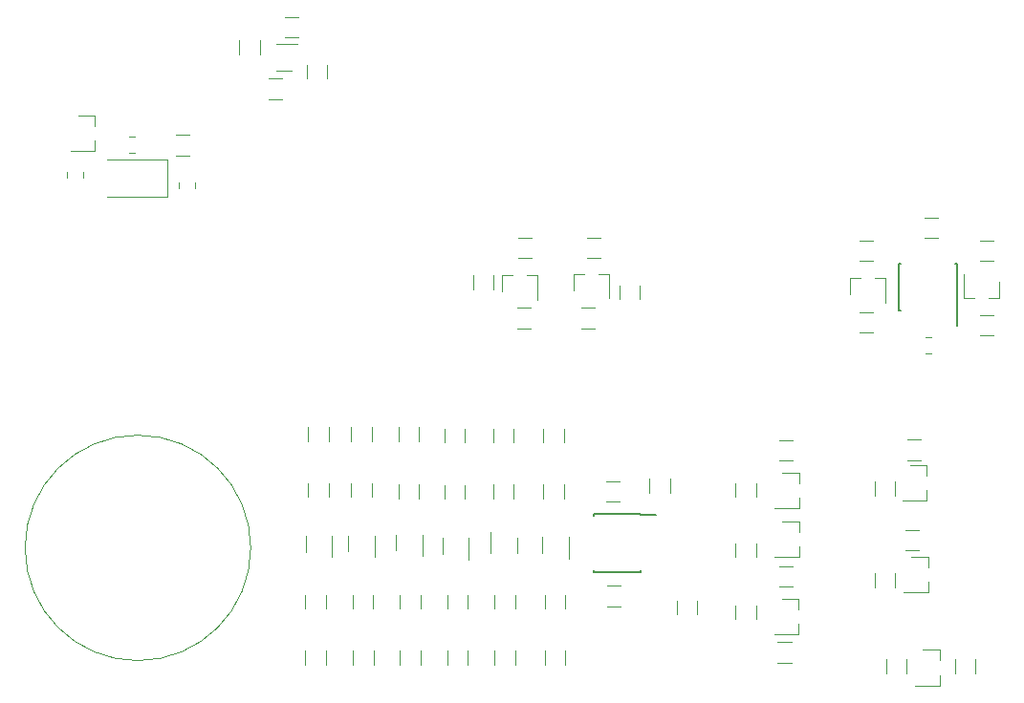
<source format=gbr>
G04 #@! TF.GenerationSoftware,KiCad,Pcbnew,(5.1.0)-1*
G04 #@! TF.CreationDate,2019-10-16T16:56:12+11:00*
G04 #@! TF.ProjectId,Teensy_Shield_Board,5465656e-7379-45f5-9368-69656c645f42,rev?*
G04 #@! TF.SameCoordinates,Original*
G04 #@! TF.FileFunction,Legend,Bot*
G04 #@! TF.FilePolarity,Positive*
%FSLAX46Y46*%
G04 Gerber Fmt 4.6, Leading zero omitted, Abs format (unit mm)*
G04 Created by KiCad (PCBNEW (5.1.0)-1) date 2019-10-16 16:56:12*
%MOMM*%
%LPD*%
G04 APERTURE LIST*
%ADD10C,0.120000*%
%ADD11C,0.150000*%
G04 APERTURE END LIST*
D10*
X109275000Y-94060000D02*
X107875000Y-94060000D01*
X107875000Y-91740000D02*
X109775000Y-91740000D01*
X114265000Y-136700000D02*
X114265000Y-135300000D01*
X116585000Y-135300000D02*
X116585000Y-137200000D01*
X122590000Y-136900000D02*
X122590000Y-135500000D01*
X124910000Y-135500000D02*
X124910000Y-137400000D01*
X129210000Y-135475000D02*
X129210000Y-136875000D01*
X126890000Y-136875000D02*
X126890000Y-134975000D01*
X118490000Y-136625000D02*
X118490000Y-135225000D01*
X120810000Y-135225000D02*
X120810000Y-137125000D01*
X110490000Y-136725000D02*
X110490000Y-135325000D01*
X112810000Y-135325000D02*
X112810000Y-137225000D01*
X131440000Y-136850000D02*
X131440000Y-135450000D01*
X133760000Y-135450000D02*
X133760000Y-137350000D01*
X91826000Y-98066000D02*
X90366000Y-98066000D01*
X91826000Y-101226000D02*
X89666000Y-101226000D01*
X91826000Y-101226000D02*
X91826000Y-100296000D01*
X91826000Y-98066000D02*
X91826000Y-98996000D01*
X105630497Y-136392000D02*
G75*
G03X105630497Y-136392000I-9992497J0D01*
G01*
D11*
X140131000Y-133443000D02*
X141531000Y-133443000D01*
X140131000Y-138543000D02*
X135981000Y-138543000D01*
X140131000Y-133393000D02*
X135981000Y-133393000D01*
X140131000Y-138543000D02*
X140131000Y-138398000D01*
X135981000Y-138543000D02*
X135981000Y-138398000D01*
X135981000Y-133393000D02*
X135981000Y-133538000D01*
X140131000Y-133393000D02*
X140131000Y-133443000D01*
X168140000Y-115310000D02*
X168140000Y-116710000D01*
X163040000Y-115310000D02*
X163040000Y-111160000D01*
X168190000Y-115310000D02*
X168190000Y-111160000D01*
X163040000Y-115310000D02*
X163185000Y-115310000D01*
X163040000Y-111160000D02*
X163185000Y-111160000D01*
X168190000Y-111160000D02*
X168045000Y-111160000D01*
X168190000Y-115310000D02*
X168140000Y-115310000D01*
D10*
X152418936Y-126827000D02*
X153623064Y-126827000D01*
X152418936Y-128647000D02*
X153623064Y-128647000D01*
X148552000Y-131895064D02*
X148552000Y-130690936D01*
X150372000Y-131895064D02*
X150372000Y-130690936D01*
X135424936Y-108896000D02*
X136629064Y-108896000D01*
X135424936Y-110716000D02*
X136629064Y-110716000D01*
X134913936Y-115119000D02*
X136118064Y-115119000D01*
X134913936Y-116939000D02*
X136118064Y-116939000D01*
X169827000Y-146287936D02*
X169827000Y-147492064D01*
X168007000Y-146287936D02*
X168007000Y-147492064D01*
X163731000Y-146284936D02*
X163731000Y-147489064D01*
X161911000Y-146284936D02*
X161911000Y-147489064D01*
X152415936Y-138003000D02*
X153620064Y-138003000D01*
X152415936Y-139823000D02*
X153620064Y-139823000D01*
X163615936Y-134804000D02*
X164820064Y-134804000D01*
X163615936Y-136624000D02*
X164820064Y-136624000D01*
X150372000Y-136021936D02*
X150372000Y-137226064D01*
X148552000Y-136021936D02*
X148552000Y-137226064D01*
X170219936Y-115754000D02*
X171424064Y-115754000D01*
X170219936Y-117574000D02*
X171424064Y-117574000D01*
X162715000Y-138667936D02*
X162715000Y-139872064D01*
X160895000Y-138667936D02*
X160895000Y-139872064D01*
X171424064Y-110970000D02*
X170219936Y-110970000D01*
X171424064Y-109150000D02*
X170219936Y-109150000D01*
X163739936Y-126803000D02*
X164944064Y-126803000D01*
X163739936Y-128623000D02*
X164944064Y-128623000D01*
X162715000Y-130539936D02*
X162715000Y-131744064D01*
X160895000Y-130539936D02*
X160895000Y-131744064D01*
X152288936Y-144734000D02*
X153493064Y-144734000D01*
X152288936Y-146554000D02*
X153493064Y-146554000D01*
X150372000Y-141485936D02*
X150372000Y-142690064D01*
X148552000Y-141485936D02*
X148552000Y-142690064D01*
X160756064Y-110970000D02*
X159551936Y-110970000D01*
X160756064Y-109150000D02*
X159551936Y-109150000D01*
X130530064Y-110716000D02*
X129325936Y-110716000D01*
X130530064Y-108896000D02*
X129325936Y-108896000D01*
X159551936Y-115500000D02*
X160756064Y-115500000D01*
X159551936Y-117320000D02*
X160756064Y-117320000D01*
X166471064Y-108938000D02*
X165266936Y-108938000D01*
X166471064Y-107118000D02*
X165266936Y-107118000D01*
X140109000Y-113143936D02*
X140109000Y-114348064D01*
X138289000Y-113143936D02*
X138289000Y-114348064D01*
X127155000Y-112251936D02*
X127155000Y-113456064D01*
X125335000Y-112251936D02*
X125335000Y-113456064D01*
X137199936Y-139757000D02*
X138404064Y-139757000D01*
X137199936Y-141577000D02*
X138404064Y-141577000D01*
X145185000Y-141097936D02*
X145185000Y-142302064D01*
X143365000Y-141097936D02*
X143365000Y-142302064D01*
X114670000Y-146730064D02*
X114670000Y-145525936D01*
X116490000Y-146730064D02*
X116490000Y-145525936D01*
X108432064Y-96619000D02*
X107227936Y-96619000D01*
X108432064Y-94799000D02*
X107227936Y-94799000D01*
X106454000Y-91423936D02*
X106454000Y-92628064D01*
X104634000Y-91423936D02*
X104634000Y-92628064D01*
X110730000Y-126915064D02*
X110730000Y-125710936D01*
X112550000Y-126915064D02*
X112550000Y-125710936D01*
X112423000Y-93585936D02*
X112423000Y-94790064D01*
X110603000Y-93585936D02*
X110603000Y-94790064D01*
X114540000Y-126915064D02*
X114540000Y-125710936D01*
X116360000Y-126915064D02*
X116360000Y-125710936D01*
X108624936Y-89338000D02*
X109829064Y-89338000D01*
X108624936Y-91158000D02*
X109829064Y-91158000D01*
X118731000Y-126915064D02*
X118731000Y-125710936D01*
X120551000Y-126915064D02*
X120551000Y-125710936D01*
X110730000Y-131868064D02*
X110730000Y-130663936D01*
X112550000Y-131868064D02*
X112550000Y-130663936D01*
X122795000Y-127045064D02*
X122795000Y-125840936D01*
X124615000Y-127045064D02*
X124615000Y-125840936D01*
X114525000Y-131868064D02*
X114525000Y-130663936D01*
X116345000Y-131868064D02*
X116345000Y-130663936D01*
X127113000Y-127042064D02*
X127113000Y-125837936D01*
X128933000Y-127042064D02*
X128933000Y-125837936D01*
X118731000Y-131998064D02*
X118731000Y-130793936D01*
X120551000Y-131998064D02*
X120551000Y-130793936D01*
X131558000Y-127045064D02*
X131558000Y-125840936D01*
X133378000Y-127045064D02*
X133378000Y-125840936D01*
X122795000Y-132016064D02*
X122795000Y-130811936D01*
X124615000Y-132016064D02*
X124615000Y-130811936D01*
X118858000Y-141777064D02*
X118858000Y-140572936D01*
X120678000Y-141777064D02*
X120678000Y-140572936D01*
X127113000Y-131998064D02*
X127113000Y-130793936D01*
X128933000Y-131998064D02*
X128933000Y-130793936D01*
X129198936Y-115119000D02*
X130403064Y-115119000D01*
X129198936Y-116939000D02*
X130403064Y-116939000D01*
X131558000Y-131998064D02*
X131558000Y-130793936D01*
X133378000Y-131998064D02*
X133378000Y-130793936D01*
X114667000Y-141777064D02*
X114667000Y-140572936D01*
X116487000Y-141777064D02*
X116487000Y-140572936D01*
X118858000Y-146730064D02*
X118858000Y-145525936D01*
X120678000Y-146730064D02*
X120678000Y-145525936D01*
X123049000Y-141777064D02*
X123049000Y-140572936D01*
X124869000Y-141777064D02*
X124869000Y-140572936D01*
X123049000Y-146730064D02*
X123049000Y-145525936D01*
X124869000Y-146730064D02*
X124869000Y-145525936D01*
X131685000Y-141774064D02*
X131685000Y-140569936D01*
X133505000Y-141774064D02*
X133505000Y-140569936D01*
X131685000Y-146730064D02*
X131685000Y-145525936D01*
X133505000Y-146730064D02*
X133505000Y-145525936D01*
X110476000Y-141777064D02*
X110476000Y-140572936D01*
X112296000Y-141777064D02*
X112296000Y-140572936D01*
X110476000Y-146730064D02*
X110476000Y-145525936D01*
X112296000Y-146730064D02*
X112296000Y-145525936D01*
X127240000Y-141774064D02*
X127240000Y-140569936D01*
X129060000Y-141774064D02*
X129060000Y-140569936D01*
X127240000Y-146727064D02*
X127240000Y-145522936D01*
X129060000Y-146727064D02*
X129060000Y-145522936D01*
X137072936Y-130486000D02*
X138277064Y-130486000D01*
X137072936Y-132306000D02*
X138277064Y-132306000D01*
X140915000Y-131477064D02*
X140915000Y-130272936D01*
X142735000Y-131477064D02*
X142735000Y-130272936D01*
X100174064Y-101596000D02*
X98969936Y-101596000D01*
X100174064Y-99776000D02*
X98969936Y-99776000D01*
X154175000Y-129713000D02*
X152715000Y-129713000D01*
X154175000Y-132873000D02*
X152015000Y-132873000D01*
X154175000Y-132873000D02*
X154175000Y-131943000D01*
X154175000Y-129713000D02*
X154175000Y-130643000D01*
X134190000Y-112094000D02*
X134190000Y-113554000D01*
X137350000Y-112094000D02*
X137350000Y-114254000D01*
X137350000Y-112094000D02*
X136420000Y-112094000D01*
X134190000Y-112094000D02*
X135120000Y-112094000D01*
X166629000Y-145437000D02*
X165169000Y-145437000D01*
X166629000Y-148597000D02*
X164469000Y-148597000D01*
X166629000Y-148597000D02*
X166629000Y-147667000D01*
X166629000Y-145437000D02*
X166629000Y-146367000D01*
X154175000Y-134031000D02*
X152715000Y-134031000D01*
X154175000Y-137191000D02*
X152015000Y-137191000D01*
X154175000Y-137191000D02*
X154175000Y-136261000D01*
X154175000Y-134031000D02*
X154175000Y-134961000D01*
X165597000Y-137182000D02*
X164137000Y-137182000D01*
X165597000Y-140342000D02*
X163437000Y-140342000D01*
X165597000Y-140342000D02*
X165597000Y-139412000D01*
X165597000Y-137182000D02*
X165597000Y-138112000D01*
X171894000Y-114249000D02*
X171894000Y-112789000D01*
X168734000Y-114249000D02*
X168734000Y-112089000D01*
X168734000Y-114249000D02*
X169664000Y-114249000D01*
X171894000Y-114249000D02*
X170964000Y-114249000D01*
X165502000Y-129054000D02*
X164042000Y-129054000D01*
X165502000Y-132214000D02*
X163342000Y-132214000D01*
X165502000Y-132214000D02*
X165502000Y-131284000D01*
X165502000Y-129054000D02*
X165502000Y-129984000D01*
X154159000Y-140889000D02*
X152699000Y-140889000D01*
X154159000Y-144049000D02*
X151999000Y-144049000D01*
X154159000Y-144049000D02*
X154159000Y-143119000D01*
X154159000Y-140889000D02*
X154159000Y-141819000D01*
X158701000Y-112475000D02*
X158701000Y-113935000D01*
X161861000Y-112475000D02*
X161861000Y-114635000D01*
X161861000Y-112475000D02*
X160931000Y-112475000D01*
X158701000Y-112475000D02*
X159631000Y-112475000D01*
X127840000Y-112221000D02*
X127840000Y-113681000D01*
X131000000Y-112221000D02*
X131000000Y-114381000D01*
X131000000Y-112221000D02*
X130070000Y-112221000D01*
X127840000Y-112221000D02*
X128770000Y-112221000D01*
X98276000Y-101933000D02*
X92876000Y-101933000D01*
X98276000Y-105233000D02*
X92876000Y-105233000D01*
X98276000Y-101933000D02*
X98276000Y-105233000D01*
X95340078Y-101372000D02*
X94822922Y-101372000D01*
X95340078Y-99952000D02*
X94822922Y-99952000D01*
X165404922Y-117732000D02*
X165922078Y-117732000D01*
X165404922Y-119152000D02*
X165922078Y-119152000D01*
X89340000Y-103587578D02*
X89340000Y-103070422D01*
X90760000Y-103587578D02*
X90760000Y-103070422D01*
X99246000Y-104500578D02*
X99246000Y-103983422D01*
X100666000Y-104500578D02*
X100666000Y-103983422D01*
M02*

</source>
